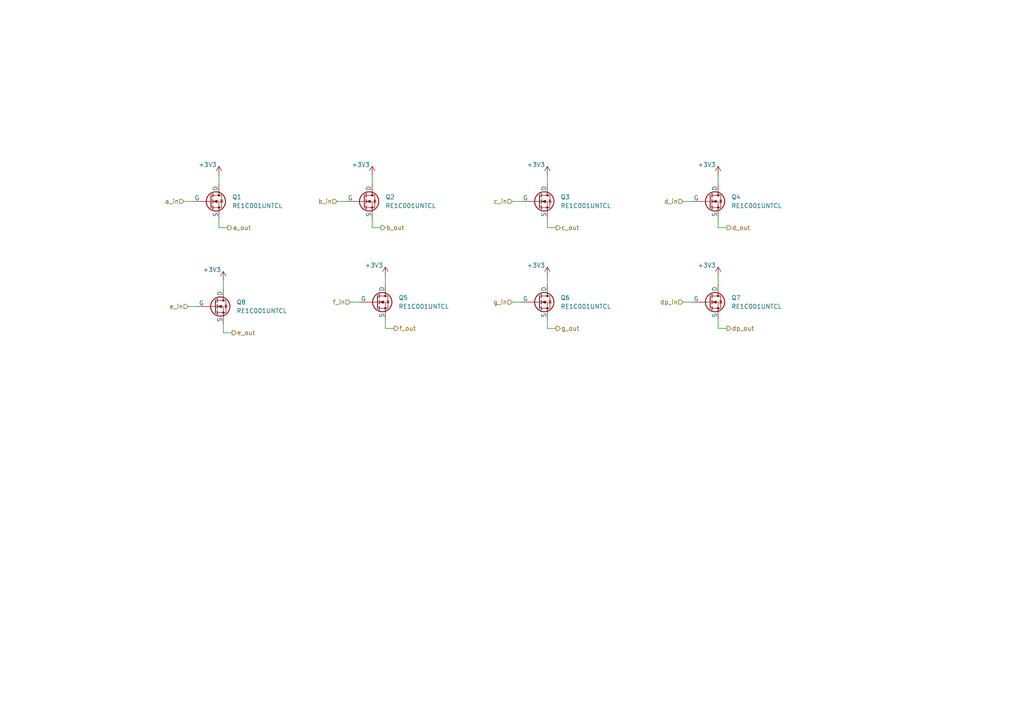
<source format=kicad_sch>
(kicad_sch (version 20250114) (generator "eeschema") (generator_version "9.0")
  (paper "A4")
  (title_block (title "7Seg Module") (date "2026-01-18") (rev "0.0") (company "Cotti"))
  (lib_symbols
    (symbol "cotti_transistors:RE1C001UNTCL" (pin_numbers (hide yes)) (pin_names (offset 0))
      (property "Reference" "Q" (at 5.08 1.27 0))
      (property "Value" "RE1C001UNTCL" (at 5.08 -1.27 0))
      (symbol "RE1C001UNTCL_0_1"
        (polyline (pts (xy 0.254 1.905) (xy 0.254 -1.905)) (stroke (width 0.254)))
        (polyline (pts (xy 0.254 0) (xy -2.54 0)))
        (polyline (pts (xy 0.762 2.286) (xy 0.762 1.27)) (stroke (width 0.254)))
        (polyline (pts (xy 0.762 0.508) (xy 0.762 -0.508)) (stroke (width 0.254)))
        (polyline (pts (xy 0.762 -1.27) (xy 0.762 -2.286)) (stroke (width 0.254)))
        (polyline (pts (xy 0.762 -1.778) (xy 3.302 -1.778) (xy 3.302 1.778) (xy 0.762 1.778)))
        (polyline (pts (xy 1.016 0) (xy 2.032 0.381) (xy 2.032 -0.381) (xy 1.016 0)) (fill (type outline)))
        (circle (center 1.651 0) (radius 2.794) (stroke (width 0.254)))
        (polyline (pts (xy 2.54 2.54) (xy 2.54 1.778)))
        (circle (center 2.54 1.778) (radius 0.254) (fill (type outline)))
        (circle (center 2.54 -1.778) (radius 0.254) (fill (type outline)))
        (polyline (pts (xy 2.54 -2.54) (xy 2.54 0) (xy 0.762 0)))
        (polyline (pts (xy 2.921 0.381) (xy 3.683 0.381)))
        (polyline (pts (xy 3.302 0.381) (xy 2.921 -0.254) (xy 3.683 -0.254) (xy 3.302 0.381)))
      )
      (symbol "RE1C001UNTCL_1_1"
        (pin input line (at -5.08 0 0) (length 2.54) (name "G") (number "1"))
        (pin passive line (at 2.54 5.08 270) (length 2.54) (name "D") (number "3"))
        (pin passive line (at 2.54 -5.08 90) (length 2.54) (name "S") (number "2"))
      )
    )
    (symbol "power:+3V3" (power) (pin_numbers (hide yes)) (pin_names (offset 0) (hide yes))
      (property "Value" "+3V3" (at 0 3.556 0))
      (symbol "+3V3_0_1"
        (polyline (pts (xy -0.762 1.27) (xy 0 2.54)))
        (polyline (pts (xy 0 2.54) (xy 0.762 1.27)))
        (polyline (pts (xy 0 0) (xy 0 2.54)))
      )
      (symbol "+3V3_1_1"
        (pin power_in line (at 0 0 90) (length 0) (name "~") (number "1"))
      )
    )
  )
  (wire (pts (xy 158.75 66.04) (xy 161.29 66.04)))
  (wire (pts (xy 63.5 50.8) (xy 63.5 53.34)))
  (wire (pts (xy 53.34 58.42) (xy 55.88 58.42)))
  (wire (pts (xy 208.28 50.8) (xy 208.28 53.34)))
  (wire (pts (xy 198.12 87.63) (xy 200.66 87.63)))
  (wire (pts (xy 208.28 63.5) (xy 208.28 66.04)))
  (wire (pts (xy 208.28 92.71) (xy 208.28 95.25)))
  (wire (pts (xy 54.61 88.9) (xy 57.15 88.9)))
  (wire (pts (xy 158.75 95.25) (xy 161.29 95.25)))
  (wire (pts (xy 148.59 58.42) (xy 151.13 58.42)))
  (wire (pts (xy 198.12 58.42) (xy 200.66 58.42)))
  (wire (pts (xy 208.28 80.01) (xy 208.28 82.55)))
  (wire (pts (xy 97.79 58.42) (xy 100.33 58.42)))
  (wire (pts (xy 101.6 87.63) (xy 104.14 87.63)))
  (wire (pts (xy 208.28 95.25) (xy 210.82 95.25)))
  (wire (pts (xy 64.77 93.98) (xy 64.77 96.52)))
  (wire (pts (xy 111.76 95.25) (xy 114.3 95.25)))
  (wire (pts (xy 107.95 63.5) (xy 107.95 66.04)))
  (wire (pts (xy 64.77 81.28) (xy 64.77 83.82)))
  (wire (pts (xy 208.28 66.04) (xy 210.82 66.04)))
  (wire (pts (xy 107.95 66.04) (xy 110.49 66.04)))
  (wire (pts (xy 111.76 80.01) (xy 111.76 82.55)))
  (wire (pts (xy 158.75 50.8) (xy 158.75 53.34)))
  (wire (pts (xy 63.5 63.5) (xy 63.5 66.04)))
  (wire (pts (xy 158.75 92.71) (xy 158.75 95.25)))
  (wire (pts (xy 158.75 80.01) (xy 158.75 82.55)))
  (wire (pts (xy 111.76 92.71) (xy 111.76 95.25)))
  (wire (pts (xy 63.5 66.04) (xy 66.04 66.04)))
  (wire (pts (xy 148.59 87.63) (xy 151.13 87.63)))
  (wire (pts (xy 158.75 63.5) (xy 158.75 66.04)))
  (wire (pts (xy 64.77 96.52) (xy 67.31 96.52)))
  (wire (pts (xy 107.95 50.8) (xy 107.95 53.34)))
  (hierarchical_label "f_in" (shape input) (at 101.6 87.63 180))
  (hierarchical_label "e_out" (shape output) (at 67.31 96.52 0))
  (hierarchical_label "dp_out" (shape output) (at 210.82 95.25 0))
  (hierarchical_label "f_out" (shape output) (at 114.3 95.25 0))
  (hierarchical_label "c_out" (shape output) (at 161.29 66.04 0))
  (hierarchical_label "e_in" (shape input) (at 54.61 88.9 180))
  (hierarchical_label "b_in" (shape input) (at 97.79 58.42 180))
  (hierarchical_label "d_in" (shape input) (at 198.12 58.42 180))
  (hierarchical_label "g_out" (shape output) (at 161.29 95.25 0))
  (hierarchical_label "a_in" (shape input) (at 53.34 58.42 180))
  (hierarchical_label "d_out" (shape output) (at 210.82 66.04 0))
  (hierarchical_label "a_out" (shape output) (at 66.04 66.04 0))
  (hierarchical_label "b_out" (shape output) (at 110.49 66.04 0))
  (hierarchical_label "c_in" (shape input) (at 148.59 58.42 180))
  (hierarchical_label "dp_in" (shape input) (at 198.12 87.63 180))
  (hierarchical_label "g_in" (shape input) (at 148.59 87.63 180))
  (symbol (lib_id "power:+3V3") (at 63.5 50.8 0) (unit 1)
    (property "Reference" "#PWR09" (effects (hide yes)))
    (property "Value" "+3V3" (at 60.198 47.752 0))
    (property "Description" "Power symbol creates a global label with name \"+3V3\"" (effects (hide yes)))
    (instances (project "cotti_7seg" (path "" (reference "#PWR09") (unit 1)) (path "" (reference "#PWR021") (unit 1))))
  )
  (symbol (lib_id "power:+3V3") (at 158.75 80.01 0) (unit 1)
    (property "Reference" "#PWR014" (effects (hide yes)))
    (property "Value" "+3V3" (at 155.448 76.962 0))
    (property "Description" "Power symbol creates a global label with name \"+3V3\"" (effects (hide yes)))
    (instances (project "cotti_7seg" (path "" (reference "#PWR014") (unit 1)) (path "" (reference "#PWR028") (unit 1))))
  )
  (symbol (lib_id "power:+3V3") (at 158.75 50.8 0) (unit 1)
    (property "Reference" "#PWR011" (effects (hide yes)))
    (property "Value" "+3V3" (at 155.448 47.752 0))
    (property "Description" "Power symbol creates a global label with name \"+3V3\"" (effects (hide yes)))
    (instances (project "cotti_7seg" (path "" (reference "#PWR011") (unit 1)) (path "" (reference "#PWR024") (unit 1))))
  )
  (symbol (lib_id "cotti_transistors:RE1C001UNTCL") (at 60.96 58.42 0) (unit 1)
    (property "Reference" "Q1" (at 67.31 57.1499 0) (effects (justify left)))
    (property "Value" "RE1C001UNTCL" (at 67.31 59.6899 0) (effects (justify left)))
    (property "Footprint" "cotti_footprints:SOT-416" (effects (hide yes)))
    (property "Datasheet" "https://www.rohm.com/datasheet?p=RE1C001UN&dist=Digi-key&media=referral&source=digi-key.com&campaign=Digi-key" (effects (hide yes)))
    (property "Description" "NMOS Kp=0.33A/V²; Vth=0.65V; Imax=100mA; Vmax=20V" (effects (hide yes)))
    (property "Digikey" "https://www.digikey.com/en/products/detail/rohm-semiconductor/RE1C001UNTCL/4004557" (effects (hide yes)))
    (property "Mfr." "Rohm Semiconductor" (effects (hide yes)))
    (property "Mfr. P/N" "RE1C001UNTCL" (effects (hide yes)))
    (instances (project "" (path "" (reference "Q1") (unit 1)) (path "" (reference "Q9") (unit 1))))
  )
  (symbol (lib_id "power:+3V3") (at 111.76 80.01 0) (unit 1)
    (property "Reference" "#PWR013" (effects (hide yes)))
    (property "Value" "+3V3" (at 108.458 76.962 0))
    (property "Description" "Power symbol creates a global label with name \"+3V3\"" (effects (hide yes)))
    (instances (project "cotti_7seg" (path "" (reference "#PWR013") (unit 1)) (path "" (reference "#PWR027") (unit 1))))
  )
  (symbol (lib_id "power:+3V3") (at 107.95 50.8 0) (unit 1)
    (property "Reference" "#PWR010" (effects (hide yes)))
    (property "Value" "+3V3" (at 104.648 47.752 0))
    (property "Description" "Power symbol creates a global label with name \"+3V3\"" (effects (hide yes)))
    (instances (project "cotti_7seg" (path "" (reference "#PWR010") (unit 1)) (path "" (reference "#PWR023") (unit 1))))
  )
  (symbol (lib_id "cotti_transistors:RE1C001UNTCL") (at 156.21 87.63 0) (unit 1)
    (property "Reference" "Q6" (at 162.56 86.3599 0) (effects (justify left)))
    (property "Value" "RE1C001UNTCL" (at 162.56 88.8999 0) (effects (justify left)))
    (property "Footprint" "cotti_footprints:SOT-416" (effects (hide yes)))
    (property "Datasheet" "https://www.rohm.com/datasheet?p=RE1C001UN&dist=Digi-key&media=referral&source=digi-key.com&campaign=Digi-key" (effects (hide yes)))
    (property "Description" "NMOS Kp=0.33A/V²; Vth=0.65V; Imax=100mA; Vmax=20V" (effects (hide yes)))
    (property "Digikey" "https://www.digikey.com/en/products/detail/rohm-semiconductor/RE1C001UNTCL/4004557" (effects (hide yes)))
    (property "Mfr." "Rohm Semiconductor" (effects (hide yes)))
    (property "Mfr. P/N" "RE1C001UNTCL" (effects (hide yes)))
    (instances (project "cotti_7seg" (path "" (reference "Q6") (unit 1)) (path "" (reference "Q14") (unit 1))))
  )
  (symbol (lib_id "power:+3V3") (at 208.28 80.01 0) (unit 1)
    (property "Reference" "#PWR015" (effects (hide yes)))
    (property "Value" "+3V3" (at 204.978 76.962 0))
    (property "Description" "Power symbol creates a global label with name \"+3V3\"" (effects (hide yes)))
    (instances (project "cotti_7seg" (path "" (reference "#PWR015") (unit 1)) (path "" (reference "#PWR026") (unit 1))))
  )
  (symbol (lib_id "power:+3V3") (at 64.77 81.28 0) (unit 1)
    (property "Reference" "#PWR016" (effects (hide yes)))
    (property "Value" "+3V3" (at 61.468 78.232 0))
    (property "Description" "Power symbol creates a global label with name \"+3V3\"" (effects (hide yes)))
    (instances (project "cotti_7seg" (path "" (reference "#PWR016") (unit 1)) (path "" (reference "#PWR029") (unit 1))))
  )
  (symbol (lib_id "cotti_transistors:RE1C001UNTCL") (at 205.74 58.42 0) (unit 1)
    (property "Reference" "Q4" (at 212.09 57.1499 0) (effects (justify left)))
    (property "Value" "RE1C001UNTCL" (at 212.09 59.6899 0) (effects (justify left)))
    (property "Footprint" "cotti_footprints:SOT-416" (effects (hide yes)))
    (property "Datasheet" "https://www.rohm.com/datasheet?p=RE1C001UN&dist=Digi-key&media=referral&source=digi-key.com&campaign=Digi-key" (effects (hide yes)))
    (property "Description" "NMOS Kp=0.33A/V²; Vth=0.65V; Imax=100mA; Vmax=20V" (effects (hide yes)))
    (property "Digikey" "https://www.digikey.com/en/products/detail/rohm-semiconductor/RE1C001UNTCL/4004557" (effects (hide yes)))
    (property "Mfr." "Rohm Semiconductor" (effects (hide yes)))
    (property "Mfr. P/N" "RE1C001UNTCL" (effects (hide yes)))
    (instances (project "cotti_7seg" (path "" (reference "Q4") (unit 1)) (path "" (reference "Q12") (unit 1))))
  )
  (symbol (lib_id "cotti_transistors:RE1C001UNTCL") (at 105.41 58.42 0) (unit 1)
    (property "Reference" "Q2" (at 111.76 57.1499 0) (effects (justify left)))
    (property "Value" "RE1C001UNTCL" (at 111.76 59.6899 0) (effects (justify left)))
    (property "Footprint" "cotti_footprints:SOT-416" (effects (hide yes)))
    (property "Datasheet" "https://www.rohm.com/datasheet?p=RE1C001UN&dist=Digi-key&media=referral&source=digi-key.com&campaign=Digi-key" (effects (hide yes)))
    (property "Description" "NMOS Kp=0.33A/V²; Vth=0.65V; Imax=100mA; Vmax=20V" (effects (hide yes)))
    (property "Digikey" "https://www.digikey.com/en/products/detail/rohm-semiconductor/RE1C001UNTCL/4004557" (effects (hide yes)))
    (property "Mfr." "Rohm Semiconductor" (effects (hide yes)))
    (property "Mfr. P/N" "RE1C001UNTCL" (effects (hide yes)))
    (instances (project "cotti_7seg" (path "" (reference "Q2") (unit 1)) (path "" (reference "Q10") (unit 1))))
  )
  (symbol (lib_id "power:+3V3") (at 208.28 50.8 0) (unit 1)
    (property "Reference" "#PWR012" (effects (hide yes)))
    (property "Value" "+3V3" (at 204.978 47.752 0))
    (property "Description" "Power symbol creates a global label with name \"+3V3\"" (effects (hide yes)))
    (instances (project "cotti_7seg" (path "" (reference "#PWR012") (unit 1)) (path "" (reference "#PWR025") (unit 1))))
  )
  (symbol (lib_id "cotti_transistors:RE1C001UNTCL") (at 109.22 87.63 0) (unit 1)
    (property "Reference" "Q5" (at 115.57 86.3599 0) (effects (justify left)))
    (property "Value" "RE1C001UNTCL" (at 115.57 88.8999 0) (effects (justify left)))
    (property "Footprint" "cotti_footprints:SOT-416" (effects (hide yes)))
    (property "Datasheet" "https://www.rohm.com/datasheet?p=RE1C001UN&dist=Digi-key&media=referral&source=digi-key.com&campaign=Digi-key" (effects (hide yes)))
    (property "Description" "NMOS Kp=0.33A/V²; Vth=0.65V; Imax=100mA; Vmax=20V" (effects (hide yes)))
    (property "Digikey" "https://www.digikey.com/en/products/detail/rohm-semiconductor/RE1C001UNTCL/4004557" (effects (hide yes)))
    (property "Mfr." "Rohm Semiconductor" (effects (hide yes)))
    (property "Mfr. P/N" "RE1C001UNTCL" (effects (hide yes)))
    (instances (project "cotti_7seg" (path "" (reference "Q5") (unit 1)) (path "" (reference "Q13") (unit 1))))
  )
  (symbol (lib_id "cotti_transistors:RE1C001UNTCL") (at 62.23 88.9 0) (unit 1)
    (property "Reference" "Q8" (at 68.58 87.6299 0) (effects (justify left)))
    (property "Value" "RE1C001UNTCL" (at 68.58 90.1699 0) (effects (justify left)))
    (property "Footprint" "cotti_footprints:SOT-416" (effects (hide yes)))
    (property "Datasheet" "https://www.rohm.com/datasheet?p=RE1C001UN&dist=Digi-key&media=referral&source=digi-key.com&campaign=Digi-key" (effects (hide yes)))
    (property "Description" "NMOS Kp=0.33A/V²; Vth=0.65V; Imax=100mA; Vmax=20V" (effects (hide yes)))
    (property "Digikey" "https://www.digikey.com/en/products/detail/rohm-semiconductor/RE1C001UNTCL/4004557" (effects (hide yes)))
    (property "Mfr." "Rohm Semiconductor" (effects (hide yes)))
    (property "Mfr. P/N" "RE1C001UNTCL" (effects (hide yes)))
    (instances (project "cotti_7seg" (path "" (reference "Q8") (unit 1)) (path "" (reference "Q16") (unit 1))))
  )
  (symbol (lib_id "cotti_transistors:RE1C001UNTCL") (at 205.74 87.63 0) (unit 1)
    (property "Reference" "Q7" (at 212.09 86.3599 0) (effects (justify left)))
    (property "Value" "RE1C001UNTCL" (at 212.09 88.8999 0) (effects (justify left)))
    (property "Footprint" "cotti_footprints:SOT-416" (effects (hide yes)))
    (property "Datasheet" "https://www.rohm.com/datasheet?p=RE1C001UN&dist=Digi-key&media=referral&source=digi-key.com&campaign=Digi-key" (effects (hide yes)))
    (property "Description" "NMOS Kp=0.33A/V²; Vth=0.65V; Imax=100mA; Vmax=20V" (effects (hide yes)))
    (property "Digikey" "https://www.digikey.com/en/products/detail/rohm-semiconductor/RE1C001UNTCL/4004557" (effects (hide yes)))
    (property "Mfr." "Rohm Semiconductor" (effects (hide yes)))
    (property "Mfr. P/N" "RE1C001UNTCL" (effects (hide yes)))
    (instances (project "cotti_7seg" (path "" (reference "Q7") (unit 1)) (path "" (reference "Q15") (unit 1))))
  )
  (symbol (lib_id "cotti_transistors:RE1C001UNTCL") (at 156.21 58.42 0) (unit 1)
    (property "Reference" "Q3" (at 162.56 57.1499 0) (effects (justify left)))
    (property "Value" "RE1C001UNTCL" (at 162.56 59.6899 0) (effects (justify left)))
    (property "Footprint" "cotti_footprints:SOT-416" (effects (hide yes)))
    (property "Datasheet" "https://www.rohm.com/datasheet?p=RE1C001UN&dist=Digi-key&media=referral&source=digi-key.com&campaign=Digi-key" (effects (hide yes)))
    (property "Description" "NMOS Kp=0.33A/V²; Vth=0.65V; Imax=100mA; Vmax=20V" (effects (hide yes)))
    (property "Digikey" "https://www.digikey.com/en/products/detail/rohm-semiconductor/RE1C001UNTCL/4004557" (effects (hide yes)))
    (property "Mfr." "Rohm Semiconductor" (effects (hide yes)))
    (property "Mfr. P/N" "RE1C001UNTCL" (effects (hide yes)))
    (instances (project "cotti_7seg" (path "" (reference "Q3") (unit 1)) (path "" (reference "Q11") (unit 1))))
  )
)
</source>
